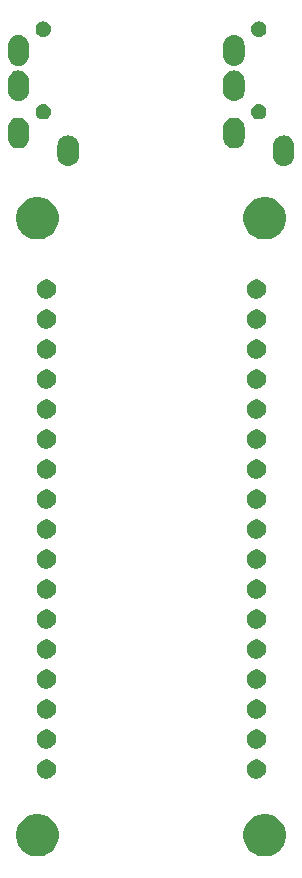
<source format=gts>
G04 #@! TF.GenerationSoftware,KiCad,Pcbnew,(5.1.0-0)*
G04 #@! TF.CreationDate,2019-06-09T21:10:29+02:00*
G04 #@! TF.ProjectId,blackpill-pendant,626c6163-6b70-4696-9c6c-2d70656e6461,rev?*
G04 #@! TF.SameCoordinates,Original*
G04 #@! TF.FileFunction,Soldermask,Top*
G04 #@! TF.FilePolarity,Negative*
%FSLAX46Y46*%
G04 Gerber Fmt 4.6, Leading zero omitted, Abs format (unit mm)*
G04 Created by KiCad (PCBNEW (5.1.0-0)) date 2019-06-09 21:10:29*
%MOMM*%
%LPD*%
G04 APERTURE LIST*
%ADD10C,0.100000*%
G04 APERTURE END LIST*
D10*
G36*
X99775331Y-119518211D02*
G01*
X100103092Y-119653974D01*
X100398070Y-119851072D01*
X100648928Y-120101930D01*
X100846026Y-120396908D01*
X100981789Y-120724669D01*
X101051000Y-121072616D01*
X101051000Y-121427384D01*
X100981789Y-121775331D01*
X100846026Y-122103092D01*
X100648928Y-122398070D01*
X100398070Y-122648928D01*
X100103092Y-122846026D01*
X99775331Y-122981789D01*
X99427384Y-123051000D01*
X99072616Y-123051000D01*
X98724669Y-122981789D01*
X98396908Y-122846026D01*
X98101930Y-122648928D01*
X97851072Y-122398070D01*
X97653974Y-122103092D01*
X97518211Y-121775331D01*
X97449000Y-121427384D01*
X97449000Y-121072616D01*
X97518211Y-120724669D01*
X97653974Y-120396908D01*
X97851072Y-120101930D01*
X98101930Y-119851072D01*
X98396908Y-119653974D01*
X98724669Y-119518211D01*
X99072616Y-119449000D01*
X99427384Y-119449000D01*
X99775331Y-119518211D01*
X99775331Y-119518211D01*
G37*
G36*
X80525331Y-119518211D02*
G01*
X80853092Y-119653974D01*
X81148070Y-119851072D01*
X81398928Y-120101930D01*
X81596026Y-120396908D01*
X81731789Y-120724669D01*
X81801000Y-121072616D01*
X81801000Y-121427384D01*
X81731789Y-121775331D01*
X81596026Y-122103092D01*
X81398928Y-122398070D01*
X81148070Y-122648928D01*
X80853092Y-122846026D01*
X80525331Y-122981789D01*
X80177384Y-123051000D01*
X79822616Y-123051000D01*
X79474669Y-122981789D01*
X79146908Y-122846026D01*
X78851930Y-122648928D01*
X78601072Y-122398070D01*
X78403974Y-122103092D01*
X78268211Y-121775331D01*
X78199000Y-121427384D01*
X78199000Y-121072616D01*
X78268211Y-120724669D01*
X78403974Y-120396908D01*
X78601072Y-120101930D01*
X78851930Y-119851072D01*
X79146908Y-119653974D01*
X79474669Y-119518211D01*
X79822616Y-119449000D01*
X80177384Y-119449000D01*
X80525331Y-119518211D01*
X80525331Y-119518211D01*
G37*
G36*
X98777142Y-114863243D02*
G01*
X98925101Y-114924530D01*
X99058255Y-115013500D01*
X99171501Y-115126746D01*
X99260471Y-115259900D01*
X99321758Y-115407859D01*
X99353000Y-115564926D01*
X99353000Y-115725076D01*
X99321758Y-115882143D01*
X99260471Y-116030102D01*
X99171501Y-116163256D01*
X99058255Y-116276502D01*
X98925101Y-116365472D01*
X98777142Y-116426759D01*
X98620075Y-116458001D01*
X98459925Y-116458001D01*
X98302858Y-116426759D01*
X98154899Y-116365472D01*
X98021745Y-116276502D01*
X97908499Y-116163256D01*
X97819529Y-116030102D01*
X97758242Y-115882143D01*
X97727000Y-115725076D01*
X97727000Y-115564926D01*
X97758242Y-115407859D01*
X97819529Y-115259900D01*
X97908499Y-115126746D01*
X98021745Y-115013500D01*
X98154899Y-114924530D01*
X98302858Y-114863243D01*
X98459925Y-114832001D01*
X98620075Y-114832001D01*
X98777142Y-114863243D01*
X98777142Y-114863243D01*
G37*
G36*
X80997142Y-114863243D02*
G01*
X81145101Y-114924530D01*
X81278255Y-115013500D01*
X81391501Y-115126746D01*
X81480471Y-115259900D01*
X81541758Y-115407859D01*
X81573000Y-115564926D01*
X81573000Y-115725076D01*
X81541758Y-115882143D01*
X81480471Y-116030102D01*
X81391501Y-116163256D01*
X81278255Y-116276502D01*
X81145101Y-116365472D01*
X80997142Y-116426759D01*
X80840075Y-116458001D01*
X80679925Y-116458001D01*
X80522858Y-116426759D01*
X80374899Y-116365472D01*
X80241745Y-116276502D01*
X80128499Y-116163256D01*
X80039529Y-116030102D01*
X79978242Y-115882143D01*
X79947000Y-115725076D01*
X79947000Y-115564926D01*
X79978242Y-115407859D01*
X80039529Y-115259900D01*
X80128499Y-115126746D01*
X80241745Y-115013500D01*
X80374899Y-114924530D01*
X80522858Y-114863243D01*
X80679925Y-114832001D01*
X80840075Y-114832001D01*
X80997142Y-114863243D01*
X80997142Y-114863243D01*
G37*
G36*
X98777142Y-112323243D02*
G01*
X98925101Y-112384530D01*
X99058255Y-112473500D01*
X99171501Y-112586746D01*
X99260471Y-112719900D01*
X99321758Y-112867859D01*
X99353000Y-113024926D01*
X99353000Y-113185076D01*
X99321758Y-113342143D01*
X99260471Y-113490102D01*
X99171501Y-113623256D01*
X99058255Y-113736502D01*
X98925101Y-113825472D01*
X98777142Y-113886759D01*
X98620075Y-113918001D01*
X98459925Y-113918001D01*
X98302858Y-113886759D01*
X98154899Y-113825472D01*
X98021745Y-113736502D01*
X97908499Y-113623256D01*
X97819529Y-113490102D01*
X97758242Y-113342143D01*
X97727000Y-113185076D01*
X97727000Y-113024926D01*
X97758242Y-112867859D01*
X97819529Y-112719900D01*
X97908499Y-112586746D01*
X98021745Y-112473500D01*
X98154899Y-112384530D01*
X98302858Y-112323243D01*
X98459925Y-112292001D01*
X98620075Y-112292001D01*
X98777142Y-112323243D01*
X98777142Y-112323243D01*
G37*
G36*
X80997142Y-112323243D02*
G01*
X81145101Y-112384530D01*
X81278255Y-112473500D01*
X81391501Y-112586746D01*
X81480471Y-112719900D01*
X81541758Y-112867859D01*
X81573000Y-113024926D01*
X81573000Y-113185076D01*
X81541758Y-113342143D01*
X81480471Y-113490102D01*
X81391501Y-113623256D01*
X81278255Y-113736502D01*
X81145101Y-113825472D01*
X80997142Y-113886759D01*
X80840075Y-113918001D01*
X80679925Y-113918001D01*
X80522858Y-113886759D01*
X80374899Y-113825472D01*
X80241745Y-113736502D01*
X80128499Y-113623256D01*
X80039529Y-113490102D01*
X79978242Y-113342143D01*
X79947000Y-113185076D01*
X79947000Y-113024926D01*
X79978242Y-112867859D01*
X80039529Y-112719900D01*
X80128499Y-112586746D01*
X80241745Y-112473500D01*
X80374899Y-112384530D01*
X80522858Y-112323243D01*
X80679925Y-112292001D01*
X80840075Y-112292001D01*
X80997142Y-112323243D01*
X80997142Y-112323243D01*
G37*
G36*
X98777142Y-109783243D02*
G01*
X98925101Y-109844530D01*
X99058255Y-109933500D01*
X99171501Y-110046746D01*
X99260471Y-110179900D01*
X99321758Y-110327859D01*
X99353000Y-110484926D01*
X99353000Y-110645076D01*
X99321758Y-110802143D01*
X99260471Y-110950102D01*
X99171501Y-111083256D01*
X99058255Y-111196502D01*
X98925101Y-111285472D01*
X98777142Y-111346759D01*
X98620075Y-111378001D01*
X98459925Y-111378001D01*
X98302858Y-111346759D01*
X98154899Y-111285472D01*
X98021745Y-111196502D01*
X97908499Y-111083256D01*
X97819529Y-110950102D01*
X97758242Y-110802143D01*
X97727000Y-110645076D01*
X97727000Y-110484926D01*
X97758242Y-110327859D01*
X97819529Y-110179900D01*
X97908499Y-110046746D01*
X98021745Y-109933500D01*
X98154899Y-109844530D01*
X98302858Y-109783243D01*
X98459925Y-109752001D01*
X98620075Y-109752001D01*
X98777142Y-109783243D01*
X98777142Y-109783243D01*
G37*
G36*
X80997142Y-109783243D02*
G01*
X81145101Y-109844530D01*
X81278255Y-109933500D01*
X81391501Y-110046746D01*
X81480471Y-110179900D01*
X81541758Y-110327859D01*
X81573000Y-110484926D01*
X81573000Y-110645076D01*
X81541758Y-110802143D01*
X81480471Y-110950102D01*
X81391501Y-111083256D01*
X81278255Y-111196502D01*
X81145101Y-111285472D01*
X80997142Y-111346759D01*
X80840075Y-111378001D01*
X80679925Y-111378001D01*
X80522858Y-111346759D01*
X80374899Y-111285472D01*
X80241745Y-111196502D01*
X80128499Y-111083256D01*
X80039529Y-110950102D01*
X79978242Y-110802143D01*
X79947000Y-110645076D01*
X79947000Y-110484926D01*
X79978242Y-110327859D01*
X80039529Y-110179900D01*
X80128499Y-110046746D01*
X80241745Y-109933500D01*
X80374899Y-109844530D01*
X80522858Y-109783243D01*
X80679925Y-109752001D01*
X80840075Y-109752001D01*
X80997142Y-109783243D01*
X80997142Y-109783243D01*
G37*
G36*
X80997142Y-107243243D02*
G01*
X81145101Y-107304530D01*
X81278255Y-107393500D01*
X81391501Y-107506746D01*
X81480471Y-107639900D01*
X81541758Y-107787859D01*
X81573000Y-107944926D01*
X81573000Y-108105076D01*
X81541758Y-108262143D01*
X81480471Y-108410102D01*
X81391501Y-108543256D01*
X81278255Y-108656502D01*
X81145101Y-108745472D01*
X80997142Y-108806759D01*
X80840075Y-108838001D01*
X80679925Y-108838001D01*
X80522858Y-108806759D01*
X80374899Y-108745472D01*
X80241745Y-108656502D01*
X80128499Y-108543256D01*
X80039529Y-108410102D01*
X79978242Y-108262143D01*
X79947000Y-108105076D01*
X79947000Y-107944926D01*
X79978242Y-107787859D01*
X80039529Y-107639900D01*
X80128499Y-107506746D01*
X80241745Y-107393500D01*
X80374899Y-107304530D01*
X80522858Y-107243243D01*
X80679925Y-107212001D01*
X80840075Y-107212001D01*
X80997142Y-107243243D01*
X80997142Y-107243243D01*
G37*
G36*
X98777142Y-107243243D02*
G01*
X98925101Y-107304530D01*
X99058255Y-107393500D01*
X99171501Y-107506746D01*
X99260471Y-107639900D01*
X99321758Y-107787859D01*
X99353000Y-107944926D01*
X99353000Y-108105076D01*
X99321758Y-108262143D01*
X99260471Y-108410102D01*
X99171501Y-108543256D01*
X99058255Y-108656502D01*
X98925101Y-108745472D01*
X98777142Y-108806759D01*
X98620075Y-108838001D01*
X98459925Y-108838001D01*
X98302858Y-108806759D01*
X98154899Y-108745472D01*
X98021745Y-108656502D01*
X97908499Y-108543256D01*
X97819529Y-108410102D01*
X97758242Y-108262143D01*
X97727000Y-108105076D01*
X97727000Y-107944926D01*
X97758242Y-107787859D01*
X97819529Y-107639900D01*
X97908499Y-107506746D01*
X98021745Y-107393500D01*
X98154899Y-107304530D01*
X98302858Y-107243243D01*
X98459925Y-107212001D01*
X98620075Y-107212001D01*
X98777142Y-107243243D01*
X98777142Y-107243243D01*
G37*
G36*
X98777142Y-104703243D02*
G01*
X98925101Y-104764530D01*
X99058255Y-104853500D01*
X99171501Y-104966746D01*
X99260471Y-105099900D01*
X99321758Y-105247859D01*
X99353000Y-105404926D01*
X99353000Y-105565076D01*
X99321758Y-105722143D01*
X99260471Y-105870102D01*
X99171501Y-106003256D01*
X99058255Y-106116502D01*
X98925101Y-106205472D01*
X98777142Y-106266759D01*
X98620075Y-106298001D01*
X98459925Y-106298001D01*
X98302858Y-106266759D01*
X98154899Y-106205472D01*
X98021745Y-106116502D01*
X97908499Y-106003256D01*
X97819529Y-105870102D01*
X97758242Y-105722143D01*
X97727000Y-105565076D01*
X97727000Y-105404926D01*
X97758242Y-105247859D01*
X97819529Y-105099900D01*
X97908499Y-104966746D01*
X98021745Y-104853500D01*
X98154899Y-104764530D01*
X98302858Y-104703243D01*
X98459925Y-104672001D01*
X98620075Y-104672001D01*
X98777142Y-104703243D01*
X98777142Y-104703243D01*
G37*
G36*
X80997142Y-104703243D02*
G01*
X81145101Y-104764530D01*
X81278255Y-104853500D01*
X81391501Y-104966746D01*
X81480471Y-105099900D01*
X81541758Y-105247859D01*
X81573000Y-105404926D01*
X81573000Y-105565076D01*
X81541758Y-105722143D01*
X81480471Y-105870102D01*
X81391501Y-106003256D01*
X81278255Y-106116502D01*
X81145101Y-106205472D01*
X80997142Y-106266759D01*
X80840075Y-106298001D01*
X80679925Y-106298001D01*
X80522858Y-106266759D01*
X80374899Y-106205472D01*
X80241745Y-106116502D01*
X80128499Y-106003256D01*
X80039529Y-105870102D01*
X79978242Y-105722143D01*
X79947000Y-105565076D01*
X79947000Y-105404926D01*
X79978242Y-105247859D01*
X80039529Y-105099900D01*
X80128499Y-104966746D01*
X80241745Y-104853500D01*
X80374899Y-104764530D01*
X80522858Y-104703243D01*
X80679925Y-104672001D01*
X80840075Y-104672001D01*
X80997142Y-104703243D01*
X80997142Y-104703243D01*
G37*
G36*
X98777142Y-102163243D02*
G01*
X98925101Y-102224530D01*
X99058255Y-102313500D01*
X99171501Y-102426746D01*
X99260471Y-102559900D01*
X99321758Y-102707859D01*
X99353000Y-102864926D01*
X99353000Y-103025076D01*
X99321758Y-103182143D01*
X99260471Y-103330102D01*
X99171501Y-103463256D01*
X99058255Y-103576502D01*
X98925101Y-103665472D01*
X98777142Y-103726759D01*
X98620075Y-103758001D01*
X98459925Y-103758001D01*
X98302858Y-103726759D01*
X98154899Y-103665472D01*
X98021745Y-103576502D01*
X97908499Y-103463256D01*
X97819529Y-103330102D01*
X97758242Y-103182143D01*
X97727000Y-103025076D01*
X97727000Y-102864926D01*
X97758242Y-102707859D01*
X97819529Y-102559900D01*
X97908499Y-102426746D01*
X98021745Y-102313500D01*
X98154899Y-102224530D01*
X98302858Y-102163243D01*
X98459925Y-102132001D01*
X98620075Y-102132001D01*
X98777142Y-102163243D01*
X98777142Y-102163243D01*
G37*
G36*
X80997142Y-102163243D02*
G01*
X81145101Y-102224530D01*
X81278255Y-102313500D01*
X81391501Y-102426746D01*
X81480471Y-102559900D01*
X81541758Y-102707859D01*
X81573000Y-102864926D01*
X81573000Y-103025076D01*
X81541758Y-103182143D01*
X81480471Y-103330102D01*
X81391501Y-103463256D01*
X81278255Y-103576502D01*
X81145101Y-103665472D01*
X80997142Y-103726759D01*
X80840075Y-103758001D01*
X80679925Y-103758001D01*
X80522858Y-103726759D01*
X80374899Y-103665472D01*
X80241745Y-103576502D01*
X80128499Y-103463256D01*
X80039529Y-103330102D01*
X79978242Y-103182143D01*
X79947000Y-103025076D01*
X79947000Y-102864926D01*
X79978242Y-102707859D01*
X80039529Y-102559900D01*
X80128499Y-102426746D01*
X80241745Y-102313500D01*
X80374899Y-102224530D01*
X80522858Y-102163243D01*
X80679925Y-102132001D01*
X80840075Y-102132001D01*
X80997142Y-102163243D01*
X80997142Y-102163243D01*
G37*
G36*
X80997142Y-99623243D02*
G01*
X81145101Y-99684530D01*
X81278255Y-99773500D01*
X81391501Y-99886746D01*
X81480471Y-100019900D01*
X81541758Y-100167859D01*
X81573000Y-100324926D01*
X81573000Y-100485076D01*
X81541758Y-100642143D01*
X81480471Y-100790102D01*
X81391501Y-100923256D01*
X81278255Y-101036502D01*
X81145101Y-101125472D01*
X80997142Y-101186759D01*
X80840075Y-101218001D01*
X80679925Y-101218001D01*
X80522858Y-101186759D01*
X80374899Y-101125472D01*
X80241745Y-101036502D01*
X80128499Y-100923256D01*
X80039529Y-100790102D01*
X79978242Y-100642143D01*
X79947000Y-100485076D01*
X79947000Y-100324926D01*
X79978242Y-100167859D01*
X80039529Y-100019900D01*
X80128499Y-99886746D01*
X80241745Y-99773500D01*
X80374899Y-99684530D01*
X80522858Y-99623243D01*
X80679925Y-99592001D01*
X80840075Y-99592001D01*
X80997142Y-99623243D01*
X80997142Y-99623243D01*
G37*
G36*
X98777142Y-99623243D02*
G01*
X98925101Y-99684530D01*
X99058255Y-99773500D01*
X99171501Y-99886746D01*
X99260471Y-100019900D01*
X99321758Y-100167859D01*
X99353000Y-100324926D01*
X99353000Y-100485076D01*
X99321758Y-100642143D01*
X99260471Y-100790102D01*
X99171501Y-100923256D01*
X99058255Y-101036502D01*
X98925101Y-101125472D01*
X98777142Y-101186759D01*
X98620075Y-101218001D01*
X98459925Y-101218001D01*
X98302858Y-101186759D01*
X98154899Y-101125472D01*
X98021745Y-101036502D01*
X97908499Y-100923256D01*
X97819529Y-100790102D01*
X97758242Y-100642143D01*
X97727000Y-100485076D01*
X97727000Y-100324926D01*
X97758242Y-100167859D01*
X97819529Y-100019900D01*
X97908499Y-99886746D01*
X98021745Y-99773500D01*
X98154899Y-99684530D01*
X98302858Y-99623243D01*
X98459925Y-99592001D01*
X98620075Y-99592001D01*
X98777142Y-99623243D01*
X98777142Y-99623243D01*
G37*
G36*
X80997142Y-97083243D02*
G01*
X81145101Y-97144530D01*
X81278255Y-97233500D01*
X81391501Y-97346746D01*
X81480471Y-97479900D01*
X81541758Y-97627859D01*
X81573000Y-97784926D01*
X81573000Y-97945076D01*
X81541758Y-98102143D01*
X81480471Y-98250102D01*
X81391501Y-98383256D01*
X81278255Y-98496502D01*
X81145101Y-98585472D01*
X80997142Y-98646759D01*
X80840075Y-98678001D01*
X80679925Y-98678001D01*
X80522858Y-98646759D01*
X80374899Y-98585472D01*
X80241745Y-98496502D01*
X80128499Y-98383256D01*
X80039529Y-98250102D01*
X79978242Y-98102143D01*
X79947000Y-97945076D01*
X79947000Y-97784926D01*
X79978242Y-97627859D01*
X80039529Y-97479900D01*
X80128499Y-97346746D01*
X80241745Y-97233500D01*
X80374899Y-97144530D01*
X80522858Y-97083243D01*
X80679925Y-97052001D01*
X80840075Y-97052001D01*
X80997142Y-97083243D01*
X80997142Y-97083243D01*
G37*
G36*
X98777142Y-97083243D02*
G01*
X98925101Y-97144530D01*
X99058255Y-97233500D01*
X99171501Y-97346746D01*
X99260471Y-97479900D01*
X99321758Y-97627859D01*
X99353000Y-97784926D01*
X99353000Y-97945076D01*
X99321758Y-98102143D01*
X99260471Y-98250102D01*
X99171501Y-98383256D01*
X99058255Y-98496502D01*
X98925101Y-98585472D01*
X98777142Y-98646759D01*
X98620075Y-98678001D01*
X98459925Y-98678001D01*
X98302858Y-98646759D01*
X98154899Y-98585472D01*
X98021745Y-98496502D01*
X97908499Y-98383256D01*
X97819529Y-98250102D01*
X97758242Y-98102143D01*
X97727000Y-97945076D01*
X97727000Y-97784926D01*
X97758242Y-97627859D01*
X97819529Y-97479900D01*
X97908499Y-97346746D01*
X98021745Y-97233500D01*
X98154899Y-97144530D01*
X98302858Y-97083243D01*
X98459925Y-97052001D01*
X98620075Y-97052001D01*
X98777142Y-97083243D01*
X98777142Y-97083243D01*
G37*
G36*
X80997142Y-94543243D02*
G01*
X81145101Y-94604530D01*
X81278255Y-94693500D01*
X81391501Y-94806746D01*
X81480471Y-94939900D01*
X81541758Y-95087859D01*
X81573000Y-95244926D01*
X81573000Y-95405076D01*
X81541758Y-95562143D01*
X81480471Y-95710102D01*
X81391501Y-95843256D01*
X81278255Y-95956502D01*
X81145101Y-96045472D01*
X80997142Y-96106759D01*
X80840075Y-96138001D01*
X80679925Y-96138001D01*
X80522858Y-96106759D01*
X80374899Y-96045472D01*
X80241745Y-95956502D01*
X80128499Y-95843256D01*
X80039529Y-95710102D01*
X79978242Y-95562143D01*
X79947000Y-95405076D01*
X79947000Y-95244926D01*
X79978242Y-95087859D01*
X80039529Y-94939900D01*
X80128499Y-94806746D01*
X80241745Y-94693500D01*
X80374899Y-94604530D01*
X80522858Y-94543243D01*
X80679925Y-94512001D01*
X80840075Y-94512001D01*
X80997142Y-94543243D01*
X80997142Y-94543243D01*
G37*
G36*
X98777142Y-94543243D02*
G01*
X98925101Y-94604530D01*
X99058255Y-94693500D01*
X99171501Y-94806746D01*
X99260471Y-94939900D01*
X99321758Y-95087859D01*
X99353000Y-95244926D01*
X99353000Y-95405076D01*
X99321758Y-95562143D01*
X99260471Y-95710102D01*
X99171501Y-95843256D01*
X99058255Y-95956502D01*
X98925101Y-96045472D01*
X98777142Y-96106759D01*
X98620075Y-96138001D01*
X98459925Y-96138001D01*
X98302858Y-96106759D01*
X98154899Y-96045472D01*
X98021745Y-95956502D01*
X97908499Y-95843256D01*
X97819529Y-95710102D01*
X97758242Y-95562143D01*
X97727000Y-95405076D01*
X97727000Y-95244926D01*
X97758242Y-95087859D01*
X97819529Y-94939900D01*
X97908499Y-94806746D01*
X98021745Y-94693500D01*
X98154899Y-94604530D01*
X98302858Y-94543243D01*
X98459925Y-94512001D01*
X98620075Y-94512001D01*
X98777142Y-94543243D01*
X98777142Y-94543243D01*
G37*
G36*
X80997142Y-92003243D02*
G01*
X81145101Y-92064530D01*
X81278255Y-92153500D01*
X81391501Y-92266746D01*
X81480471Y-92399900D01*
X81541758Y-92547859D01*
X81573000Y-92704926D01*
X81573000Y-92865076D01*
X81541758Y-93022143D01*
X81480471Y-93170102D01*
X81391501Y-93303256D01*
X81278255Y-93416502D01*
X81145101Y-93505472D01*
X80997142Y-93566759D01*
X80840075Y-93598001D01*
X80679925Y-93598001D01*
X80522858Y-93566759D01*
X80374899Y-93505472D01*
X80241745Y-93416502D01*
X80128499Y-93303256D01*
X80039529Y-93170102D01*
X79978242Y-93022143D01*
X79947000Y-92865076D01*
X79947000Y-92704926D01*
X79978242Y-92547859D01*
X80039529Y-92399900D01*
X80128499Y-92266746D01*
X80241745Y-92153500D01*
X80374899Y-92064530D01*
X80522858Y-92003243D01*
X80679925Y-91972001D01*
X80840075Y-91972001D01*
X80997142Y-92003243D01*
X80997142Y-92003243D01*
G37*
G36*
X98777142Y-92003243D02*
G01*
X98925101Y-92064530D01*
X99058255Y-92153500D01*
X99171501Y-92266746D01*
X99260471Y-92399900D01*
X99321758Y-92547859D01*
X99353000Y-92704926D01*
X99353000Y-92865076D01*
X99321758Y-93022143D01*
X99260471Y-93170102D01*
X99171501Y-93303256D01*
X99058255Y-93416502D01*
X98925101Y-93505472D01*
X98777142Y-93566759D01*
X98620075Y-93598001D01*
X98459925Y-93598001D01*
X98302858Y-93566759D01*
X98154899Y-93505472D01*
X98021745Y-93416502D01*
X97908499Y-93303256D01*
X97819529Y-93170102D01*
X97758242Y-93022143D01*
X97727000Y-92865076D01*
X97727000Y-92704926D01*
X97758242Y-92547859D01*
X97819529Y-92399900D01*
X97908499Y-92266746D01*
X98021745Y-92153500D01*
X98154899Y-92064530D01*
X98302858Y-92003243D01*
X98459925Y-91972001D01*
X98620075Y-91972001D01*
X98777142Y-92003243D01*
X98777142Y-92003243D01*
G37*
G36*
X80997142Y-89463243D02*
G01*
X81145101Y-89524530D01*
X81278255Y-89613500D01*
X81391501Y-89726746D01*
X81480471Y-89859900D01*
X81541758Y-90007859D01*
X81573000Y-90164926D01*
X81573000Y-90325076D01*
X81541758Y-90482143D01*
X81480471Y-90630102D01*
X81391501Y-90763256D01*
X81278255Y-90876502D01*
X81145101Y-90965472D01*
X80997142Y-91026759D01*
X80840075Y-91058001D01*
X80679925Y-91058001D01*
X80522858Y-91026759D01*
X80374899Y-90965472D01*
X80241745Y-90876502D01*
X80128499Y-90763256D01*
X80039529Y-90630102D01*
X79978242Y-90482143D01*
X79947000Y-90325076D01*
X79947000Y-90164926D01*
X79978242Y-90007859D01*
X80039529Y-89859900D01*
X80128499Y-89726746D01*
X80241745Y-89613500D01*
X80374899Y-89524530D01*
X80522858Y-89463243D01*
X80679925Y-89432001D01*
X80840075Y-89432001D01*
X80997142Y-89463243D01*
X80997142Y-89463243D01*
G37*
G36*
X98777142Y-89463243D02*
G01*
X98925101Y-89524530D01*
X99058255Y-89613500D01*
X99171501Y-89726746D01*
X99260471Y-89859900D01*
X99321758Y-90007859D01*
X99353000Y-90164926D01*
X99353000Y-90325076D01*
X99321758Y-90482143D01*
X99260471Y-90630102D01*
X99171501Y-90763256D01*
X99058255Y-90876502D01*
X98925101Y-90965472D01*
X98777142Y-91026759D01*
X98620075Y-91058001D01*
X98459925Y-91058001D01*
X98302858Y-91026759D01*
X98154899Y-90965472D01*
X98021745Y-90876502D01*
X97908499Y-90763256D01*
X97819529Y-90630102D01*
X97758242Y-90482143D01*
X97727000Y-90325076D01*
X97727000Y-90164926D01*
X97758242Y-90007859D01*
X97819529Y-89859900D01*
X97908499Y-89726746D01*
X98021745Y-89613500D01*
X98154899Y-89524530D01*
X98302858Y-89463243D01*
X98459925Y-89432001D01*
X98620075Y-89432001D01*
X98777142Y-89463243D01*
X98777142Y-89463243D01*
G37*
G36*
X98777142Y-86923243D02*
G01*
X98925101Y-86984530D01*
X99058255Y-87073500D01*
X99171501Y-87186746D01*
X99260471Y-87319900D01*
X99321758Y-87467859D01*
X99353000Y-87624926D01*
X99353000Y-87785076D01*
X99321758Y-87942143D01*
X99260471Y-88090102D01*
X99171501Y-88223256D01*
X99058255Y-88336502D01*
X98925101Y-88425472D01*
X98777142Y-88486759D01*
X98620075Y-88518001D01*
X98459925Y-88518001D01*
X98302858Y-88486759D01*
X98154899Y-88425472D01*
X98021745Y-88336502D01*
X97908499Y-88223256D01*
X97819529Y-88090102D01*
X97758242Y-87942143D01*
X97727000Y-87785076D01*
X97727000Y-87624926D01*
X97758242Y-87467859D01*
X97819529Y-87319900D01*
X97908499Y-87186746D01*
X98021745Y-87073500D01*
X98154899Y-86984530D01*
X98302858Y-86923243D01*
X98459925Y-86892001D01*
X98620075Y-86892001D01*
X98777142Y-86923243D01*
X98777142Y-86923243D01*
G37*
G36*
X80997142Y-86923243D02*
G01*
X81145101Y-86984530D01*
X81278255Y-87073500D01*
X81391501Y-87186746D01*
X81480471Y-87319900D01*
X81541758Y-87467859D01*
X81573000Y-87624926D01*
X81573000Y-87785076D01*
X81541758Y-87942143D01*
X81480471Y-88090102D01*
X81391501Y-88223256D01*
X81278255Y-88336502D01*
X81145101Y-88425472D01*
X80997142Y-88486759D01*
X80840075Y-88518001D01*
X80679925Y-88518001D01*
X80522858Y-88486759D01*
X80374899Y-88425472D01*
X80241745Y-88336502D01*
X80128499Y-88223256D01*
X80039529Y-88090102D01*
X79978242Y-87942143D01*
X79947000Y-87785076D01*
X79947000Y-87624926D01*
X79978242Y-87467859D01*
X80039529Y-87319900D01*
X80128499Y-87186746D01*
X80241745Y-87073500D01*
X80374899Y-86984530D01*
X80522858Y-86923243D01*
X80679925Y-86892001D01*
X80840075Y-86892001D01*
X80997142Y-86923243D01*
X80997142Y-86923243D01*
G37*
G36*
X98777142Y-84383243D02*
G01*
X98925101Y-84444530D01*
X99058255Y-84533500D01*
X99171501Y-84646746D01*
X99260471Y-84779900D01*
X99321758Y-84927859D01*
X99353000Y-85084926D01*
X99353000Y-85245076D01*
X99321758Y-85402143D01*
X99260471Y-85550102D01*
X99171501Y-85683256D01*
X99058255Y-85796502D01*
X98925101Y-85885472D01*
X98777142Y-85946759D01*
X98620075Y-85978001D01*
X98459925Y-85978001D01*
X98302858Y-85946759D01*
X98154899Y-85885472D01*
X98021745Y-85796502D01*
X97908499Y-85683256D01*
X97819529Y-85550102D01*
X97758242Y-85402143D01*
X97727000Y-85245076D01*
X97727000Y-85084926D01*
X97758242Y-84927859D01*
X97819529Y-84779900D01*
X97908499Y-84646746D01*
X98021745Y-84533500D01*
X98154899Y-84444530D01*
X98302858Y-84383243D01*
X98459925Y-84352001D01*
X98620075Y-84352001D01*
X98777142Y-84383243D01*
X98777142Y-84383243D01*
G37*
G36*
X80997142Y-84383243D02*
G01*
X81145101Y-84444530D01*
X81278255Y-84533500D01*
X81391501Y-84646746D01*
X81480471Y-84779900D01*
X81541758Y-84927859D01*
X81573000Y-85084926D01*
X81573000Y-85245076D01*
X81541758Y-85402143D01*
X81480471Y-85550102D01*
X81391501Y-85683256D01*
X81278255Y-85796502D01*
X81145101Y-85885472D01*
X80997142Y-85946759D01*
X80840075Y-85978001D01*
X80679925Y-85978001D01*
X80522858Y-85946759D01*
X80374899Y-85885472D01*
X80241745Y-85796502D01*
X80128499Y-85683256D01*
X80039529Y-85550102D01*
X79978242Y-85402143D01*
X79947000Y-85245076D01*
X79947000Y-85084926D01*
X79978242Y-84927859D01*
X80039529Y-84779900D01*
X80128499Y-84646746D01*
X80241745Y-84533500D01*
X80374899Y-84444530D01*
X80522858Y-84383243D01*
X80679925Y-84352001D01*
X80840075Y-84352001D01*
X80997142Y-84383243D01*
X80997142Y-84383243D01*
G37*
G36*
X98777142Y-81843243D02*
G01*
X98925101Y-81904530D01*
X99058255Y-81993500D01*
X99171501Y-82106746D01*
X99260471Y-82239900D01*
X99321758Y-82387859D01*
X99353000Y-82544926D01*
X99353000Y-82705076D01*
X99321758Y-82862143D01*
X99260471Y-83010102D01*
X99171501Y-83143256D01*
X99058255Y-83256502D01*
X98925101Y-83345472D01*
X98777142Y-83406759D01*
X98620075Y-83438001D01*
X98459925Y-83438001D01*
X98302858Y-83406759D01*
X98154899Y-83345472D01*
X98021745Y-83256502D01*
X97908499Y-83143256D01*
X97819529Y-83010102D01*
X97758242Y-82862143D01*
X97727000Y-82705076D01*
X97727000Y-82544926D01*
X97758242Y-82387859D01*
X97819529Y-82239900D01*
X97908499Y-82106746D01*
X98021745Y-81993500D01*
X98154899Y-81904530D01*
X98302858Y-81843243D01*
X98459925Y-81812001D01*
X98620075Y-81812001D01*
X98777142Y-81843243D01*
X98777142Y-81843243D01*
G37*
G36*
X80997142Y-81843243D02*
G01*
X81145101Y-81904530D01*
X81278255Y-81993500D01*
X81391501Y-82106746D01*
X81480471Y-82239900D01*
X81541758Y-82387859D01*
X81573000Y-82544926D01*
X81573000Y-82705076D01*
X81541758Y-82862143D01*
X81480471Y-83010102D01*
X81391501Y-83143256D01*
X81278255Y-83256502D01*
X81145101Y-83345472D01*
X80997142Y-83406759D01*
X80840075Y-83438001D01*
X80679925Y-83438001D01*
X80522858Y-83406759D01*
X80374899Y-83345472D01*
X80241745Y-83256502D01*
X80128499Y-83143256D01*
X80039529Y-83010102D01*
X79978242Y-82862143D01*
X79947000Y-82705076D01*
X79947000Y-82544926D01*
X79978242Y-82387859D01*
X80039529Y-82239900D01*
X80128499Y-82106746D01*
X80241745Y-81993500D01*
X80374899Y-81904530D01*
X80522858Y-81843243D01*
X80679925Y-81812001D01*
X80840075Y-81812001D01*
X80997142Y-81843243D01*
X80997142Y-81843243D01*
G37*
G36*
X98777142Y-79303243D02*
G01*
X98925101Y-79364530D01*
X99058255Y-79453500D01*
X99171501Y-79566746D01*
X99260471Y-79699900D01*
X99321758Y-79847859D01*
X99353000Y-80004926D01*
X99353000Y-80165076D01*
X99321758Y-80322143D01*
X99260471Y-80470102D01*
X99171501Y-80603256D01*
X99058255Y-80716502D01*
X98925101Y-80805472D01*
X98777142Y-80866759D01*
X98620075Y-80898001D01*
X98459925Y-80898001D01*
X98302858Y-80866759D01*
X98154899Y-80805472D01*
X98021745Y-80716502D01*
X97908499Y-80603256D01*
X97819529Y-80470102D01*
X97758242Y-80322143D01*
X97727000Y-80165076D01*
X97727000Y-80004926D01*
X97758242Y-79847859D01*
X97819529Y-79699900D01*
X97908499Y-79566746D01*
X98021745Y-79453500D01*
X98154899Y-79364530D01*
X98302858Y-79303243D01*
X98459925Y-79272001D01*
X98620075Y-79272001D01*
X98777142Y-79303243D01*
X98777142Y-79303243D01*
G37*
G36*
X80997142Y-79303243D02*
G01*
X81145101Y-79364530D01*
X81278255Y-79453500D01*
X81391501Y-79566746D01*
X81480471Y-79699900D01*
X81541758Y-79847859D01*
X81573000Y-80004926D01*
X81573000Y-80165076D01*
X81541758Y-80322143D01*
X81480471Y-80470102D01*
X81391501Y-80603256D01*
X81278255Y-80716502D01*
X81145101Y-80805472D01*
X80997142Y-80866759D01*
X80840075Y-80898001D01*
X80679925Y-80898001D01*
X80522858Y-80866759D01*
X80374899Y-80805472D01*
X80241745Y-80716502D01*
X80128499Y-80603256D01*
X80039529Y-80470102D01*
X79978242Y-80322143D01*
X79947000Y-80165076D01*
X79947000Y-80004926D01*
X79978242Y-79847859D01*
X80039529Y-79699900D01*
X80128499Y-79566746D01*
X80241745Y-79453500D01*
X80374899Y-79364530D01*
X80522858Y-79303243D01*
X80679925Y-79272001D01*
X80840075Y-79272001D01*
X80997142Y-79303243D01*
X80997142Y-79303243D01*
G37*
G36*
X98777142Y-76763243D02*
G01*
X98925101Y-76824530D01*
X99058255Y-76913500D01*
X99171501Y-77026746D01*
X99260471Y-77159900D01*
X99321758Y-77307859D01*
X99353000Y-77464926D01*
X99353000Y-77625076D01*
X99321758Y-77782143D01*
X99260471Y-77930102D01*
X99171501Y-78063256D01*
X99058255Y-78176502D01*
X98925101Y-78265472D01*
X98777142Y-78326759D01*
X98620075Y-78358001D01*
X98459925Y-78358001D01*
X98302858Y-78326759D01*
X98154899Y-78265472D01*
X98021745Y-78176502D01*
X97908499Y-78063256D01*
X97819529Y-77930102D01*
X97758242Y-77782143D01*
X97727000Y-77625076D01*
X97727000Y-77464926D01*
X97758242Y-77307859D01*
X97819529Y-77159900D01*
X97908499Y-77026746D01*
X98021745Y-76913500D01*
X98154899Y-76824530D01*
X98302858Y-76763243D01*
X98459925Y-76732001D01*
X98620075Y-76732001D01*
X98777142Y-76763243D01*
X98777142Y-76763243D01*
G37*
G36*
X80997142Y-76763243D02*
G01*
X81145101Y-76824530D01*
X81278255Y-76913500D01*
X81391501Y-77026746D01*
X81480471Y-77159900D01*
X81541758Y-77307859D01*
X81573000Y-77464926D01*
X81573000Y-77625076D01*
X81541758Y-77782143D01*
X81480471Y-77930102D01*
X81391501Y-78063256D01*
X81278255Y-78176502D01*
X81145101Y-78265472D01*
X80997142Y-78326759D01*
X80840075Y-78358001D01*
X80679925Y-78358001D01*
X80522858Y-78326759D01*
X80374899Y-78265472D01*
X80241745Y-78176502D01*
X80128499Y-78063256D01*
X80039529Y-77930102D01*
X79978242Y-77782143D01*
X79947000Y-77625076D01*
X79947000Y-77464926D01*
X79978242Y-77307859D01*
X80039529Y-77159900D01*
X80128499Y-77026746D01*
X80241745Y-76913500D01*
X80374899Y-76824530D01*
X80522858Y-76763243D01*
X80679925Y-76732001D01*
X80840075Y-76732001D01*
X80997142Y-76763243D01*
X80997142Y-76763243D01*
G37*
G36*
X80997142Y-74223243D02*
G01*
X81145101Y-74284530D01*
X81278255Y-74373500D01*
X81391501Y-74486746D01*
X81480471Y-74619900D01*
X81541758Y-74767859D01*
X81573000Y-74924926D01*
X81573000Y-75085076D01*
X81541758Y-75242143D01*
X81480471Y-75390102D01*
X81391501Y-75523256D01*
X81278255Y-75636502D01*
X81145101Y-75725472D01*
X80997142Y-75786759D01*
X80840075Y-75818001D01*
X80679925Y-75818001D01*
X80522858Y-75786759D01*
X80374899Y-75725472D01*
X80241745Y-75636502D01*
X80128499Y-75523256D01*
X80039529Y-75390102D01*
X79978242Y-75242143D01*
X79947000Y-75085076D01*
X79947000Y-74924926D01*
X79978242Y-74767859D01*
X80039529Y-74619900D01*
X80128499Y-74486746D01*
X80241745Y-74373500D01*
X80374899Y-74284530D01*
X80522858Y-74223243D01*
X80679925Y-74192001D01*
X80840075Y-74192001D01*
X80997142Y-74223243D01*
X80997142Y-74223243D01*
G37*
G36*
X98777142Y-74223243D02*
G01*
X98925101Y-74284530D01*
X99058255Y-74373500D01*
X99171501Y-74486746D01*
X99260471Y-74619900D01*
X99321758Y-74767859D01*
X99353000Y-74924926D01*
X99353000Y-75085076D01*
X99321758Y-75242143D01*
X99260471Y-75390102D01*
X99171501Y-75523256D01*
X99058255Y-75636502D01*
X98925101Y-75725472D01*
X98777142Y-75786759D01*
X98620075Y-75818001D01*
X98459925Y-75818001D01*
X98302858Y-75786759D01*
X98154899Y-75725472D01*
X98021745Y-75636502D01*
X97908499Y-75523256D01*
X97819529Y-75390102D01*
X97758242Y-75242143D01*
X97727000Y-75085076D01*
X97727000Y-74924926D01*
X97758242Y-74767859D01*
X97819529Y-74619900D01*
X97908499Y-74486746D01*
X98021745Y-74373500D01*
X98154899Y-74284530D01*
X98302858Y-74223243D01*
X98459925Y-74192001D01*
X98620075Y-74192001D01*
X98777142Y-74223243D01*
X98777142Y-74223243D01*
G37*
G36*
X80525331Y-67268211D02*
G01*
X80853092Y-67403974D01*
X81148070Y-67601072D01*
X81398928Y-67851930D01*
X81596026Y-68146908D01*
X81731789Y-68474669D01*
X81801000Y-68822616D01*
X81801000Y-69177384D01*
X81731789Y-69525331D01*
X81596026Y-69853092D01*
X81398928Y-70148070D01*
X81148070Y-70398928D01*
X80853092Y-70596026D01*
X80525331Y-70731789D01*
X80177384Y-70801000D01*
X79822616Y-70801000D01*
X79474669Y-70731789D01*
X79146908Y-70596026D01*
X78851930Y-70398928D01*
X78601072Y-70148070D01*
X78403974Y-69853092D01*
X78268211Y-69525331D01*
X78199000Y-69177384D01*
X78199000Y-68822616D01*
X78268211Y-68474669D01*
X78403974Y-68146908D01*
X78601072Y-67851930D01*
X78851930Y-67601072D01*
X79146908Y-67403974D01*
X79474669Y-67268211D01*
X79822616Y-67199000D01*
X80177384Y-67199000D01*
X80525331Y-67268211D01*
X80525331Y-67268211D01*
G37*
G36*
X99775331Y-67268211D02*
G01*
X100103092Y-67403974D01*
X100398070Y-67601072D01*
X100648928Y-67851930D01*
X100846026Y-68146908D01*
X100981789Y-68474669D01*
X101051000Y-68822616D01*
X101051000Y-69177384D01*
X100981789Y-69525331D01*
X100846026Y-69853092D01*
X100648928Y-70148070D01*
X100398070Y-70398928D01*
X100103092Y-70596026D01*
X99775331Y-70731789D01*
X99427384Y-70801000D01*
X99072616Y-70801000D01*
X98724669Y-70731789D01*
X98396908Y-70596026D01*
X98101930Y-70398928D01*
X97851072Y-70148070D01*
X97653974Y-69853092D01*
X97518211Y-69525331D01*
X97449000Y-69177384D01*
X97449000Y-68822616D01*
X97518211Y-68474669D01*
X97653974Y-68146908D01*
X97851072Y-67851930D01*
X98101930Y-67601072D01*
X98396908Y-67403974D01*
X98724669Y-67268211D01*
X99072616Y-67199000D01*
X99427384Y-67199000D01*
X99775331Y-67268211D01*
X99775331Y-67268211D01*
G37*
G36*
X101026627Y-62012037D02*
G01*
X101196466Y-62063557D01*
X101352991Y-62147222D01*
X101388729Y-62176552D01*
X101490186Y-62259814D01*
X101573448Y-62361271D01*
X101602778Y-62397009D01*
X101686443Y-62553534D01*
X101737963Y-62723373D01*
X101751000Y-62855742D01*
X101751000Y-63744258D01*
X101737963Y-63876627D01*
X101686443Y-64046466D01*
X101602778Y-64202991D01*
X101573448Y-64238729D01*
X101490186Y-64340186D01*
X101352989Y-64452779D01*
X101196467Y-64536442D01*
X101196465Y-64536443D01*
X101026626Y-64587963D01*
X100850000Y-64605359D01*
X100673373Y-64587963D01*
X100503534Y-64536443D01*
X100347009Y-64452778D01*
X100311271Y-64423448D01*
X100209814Y-64340186D01*
X100097221Y-64202989D01*
X100013558Y-64046467D01*
X100013557Y-64046465D01*
X99962037Y-63876626D01*
X99949000Y-63744257D01*
X99949000Y-62855742D01*
X99962038Y-62723373D01*
X100013558Y-62553534D01*
X100097223Y-62397009D01*
X100126553Y-62361271D01*
X100209815Y-62259814D01*
X100311272Y-62176552D01*
X100347010Y-62147222D01*
X100503535Y-62063557D01*
X100673374Y-62012037D01*
X100850000Y-61994641D01*
X101026627Y-62012037D01*
X101026627Y-62012037D01*
G37*
G36*
X82776627Y-62012037D02*
G01*
X82946466Y-62063557D01*
X83102991Y-62147222D01*
X83138729Y-62176552D01*
X83240186Y-62259814D01*
X83323448Y-62361271D01*
X83352778Y-62397009D01*
X83436443Y-62553534D01*
X83487963Y-62723373D01*
X83501000Y-62855742D01*
X83501000Y-63744258D01*
X83487963Y-63876627D01*
X83436443Y-64046466D01*
X83352778Y-64202991D01*
X83323448Y-64238729D01*
X83240186Y-64340186D01*
X83102989Y-64452779D01*
X82946467Y-64536442D01*
X82946465Y-64536443D01*
X82776626Y-64587963D01*
X82600000Y-64605359D01*
X82423373Y-64587963D01*
X82253534Y-64536443D01*
X82097009Y-64452778D01*
X82061271Y-64423448D01*
X81959814Y-64340186D01*
X81847221Y-64202989D01*
X81763558Y-64046467D01*
X81763557Y-64046465D01*
X81712037Y-63876626D01*
X81699000Y-63744257D01*
X81699000Y-62855742D01*
X81712038Y-62723373D01*
X81763558Y-62553534D01*
X81847223Y-62397009D01*
X81876553Y-62361271D01*
X81959815Y-62259814D01*
X82061272Y-62176552D01*
X82097010Y-62147222D01*
X82253535Y-62063557D01*
X82423374Y-62012037D01*
X82600000Y-61994641D01*
X82776627Y-62012037D01*
X82776627Y-62012037D01*
G37*
G36*
X78576627Y-60512037D02*
G01*
X78746466Y-60563557D01*
X78902991Y-60647222D01*
X78907594Y-60651000D01*
X79040186Y-60759814D01*
X79123448Y-60861271D01*
X79152778Y-60897009D01*
X79236443Y-61053534D01*
X79287963Y-61223373D01*
X79301000Y-61355742D01*
X79301000Y-62244258D01*
X79287963Y-62376627D01*
X79236443Y-62546466D01*
X79152778Y-62702991D01*
X79136051Y-62723373D01*
X79040186Y-62840186D01*
X78902989Y-62952779D01*
X78746467Y-63036442D01*
X78746465Y-63036443D01*
X78576626Y-63087963D01*
X78400000Y-63105359D01*
X78223373Y-63087963D01*
X78053534Y-63036443D01*
X77897009Y-62952778D01*
X77861271Y-62923448D01*
X77759814Y-62840186D01*
X77647221Y-62702989D01*
X77563558Y-62546467D01*
X77518221Y-62397011D01*
X77512037Y-62376626D01*
X77499000Y-62244257D01*
X77499000Y-61355742D01*
X77512038Y-61223373D01*
X77563558Y-61053534D01*
X77647223Y-60897009D01*
X77676553Y-60861271D01*
X77759815Y-60759814D01*
X77892407Y-60651000D01*
X77897010Y-60647222D01*
X78053535Y-60563557D01*
X78223374Y-60512037D01*
X78400000Y-60494641D01*
X78576627Y-60512037D01*
X78576627Y-60512037D01*
G37*
G36*
X96826627Y-60512037D02*
G01*
X96996466Y-60563557D01*
X97152991Y-60647222D01*
X97157594Y-60651000D01*
X97290186Y-60759814D01*
X97373448Y-60861271D01*
X97402778Y-60897009D01*
X97486443Y-61053534D01*
X97537963Y-61223373D01*
X97551000Y-61355742D01*
X97551000Y-62244258D01*
X97537963Y-62376627D01*
X97486443Y-62546466D01*
X97402778Y-62702991D01*
X97386051Y-62723373D01*
X97290186Y-62840186D01*
X97152989Y-62952779D01*
X96996467Y-63036442D01*
X96996465Y-63036443D01*
X96826626Y-63087963D01*
X96650000Y-63105359D01*
X96473373Y-63087963D01*
X96303534Y-63036443D01*
X96147009Y-62952778D01*
X96111271Y-62923448D01*
X96009814Y-62840186D01*
X95897221Y-62702989D01*
X95813558Y-62546467D01*
X95768221Y-62397011D01*
X95762037Y-62376626D01*
X95749000Y-62244257D01*
X95749000Y-61355742D01*
X95762038Y-61223373D01*
X95813558Y-61053534D01*
X95897223Y-60897009D01*
X95926553Y-60861271D01*
X96009815Y-60759814D01*
X96142407Y-60651000D01*
X96147010Y-60647222D01*
X96303535Y-60563557D01*
X96473374Y-60512037D01*
X96650000Y-60494641D01*
X96826627Y-60512037D01*
X96826627Y-60512037D01*
G37*
G36*
X80689890Y-59374017D02*
G01*
X80808364Y-59423091D01*
X80914988Y-59494335D01*
X81005665Y-59585012D01*
X81076909Y-59691636D01*
X81125983Y-59810110D01*
X81151000Y-59935882D01*
X81151000Y-60064118D01*
X81125983Y-60189890D01*
X81076909Y-60308364D01*
X81005665Y-60414988D01*
X80914988Y-60505665D01*
X80808364Y-60576909D01*
X80808363Y-60576910D01*
X80808362Y-60576910D01*
X80689890Y-60625983D01*
X80564119Y-60651000D01*
X80435881Y-60651000D01*
X80310110Y-60625983D01*
X80191638Y-60576910D01*
X80191637Y-60576910D01*
X80191636Y-60576909D01*
X80085012Y-60505665D01*
X79994335Y-60414988D01*
X79923091Y-60308364D01*
X79874017Y-60189890D01*
X79849000Y-60064118D01*
X79849000Y-59935882D01*
X79874017Y-59810110D01*
X79923091Y-59691636D01*
X79994335Y-59585012D01*
X80085012Y-59494335D01*
X80191636Y-59423091D01*
X80310110Y-59374017D01*
X80435881Y-59349000D01*
X80564119Y-59349000D01*
X80689890Y-59374017D01*
X80689890Y-59374017D01*
G37*
G36*
X98939890Y-59374017D02*
G01*
X99058364Y-59423091D01*
X99164988Y-59494335D01*
X99255665Y-59585012D01*
X99326909Y-59691636D01*
X99375983Y-59810110D01*
X99401000Y-59935882D01*
X99401000Y-60064118D01*
X99375983Y-60189890D01*
X99326909Y-60308364D01*
X99255665Y-60414988D01*
X99164988Y-60505665D01*
X99058364Y-60576909D01*
X99058363Y-60576910D01*
X99058362Y-60576910D01*
X98939890Y-60625983D01*
X98814119Y-60651000D01*
X98685881Y-60651000D01*
X98560110Y-60625983D01*
X98441638Y-60576910D01*
X98441637Y-60576910D01*
X98441636Y-60576909D01*
X98335012Y-60505665D01*
X98244335Y-60414988D01*
X98173091Y-60308364D01*
X98124017Y-60189890D01*
X98099000Y-60064118D01*
X98099000Y-59935882D01*
X98124017Y-59810110D01*
X98173091Y-59691636D01*
X98244335Y-59585012D01*
X98335012Y-59494335D01*
X98441636Y-59423091D01*
X98560110Y-59374017D01*
X98685881Y-59349000D01*
X98814119Y-59349000D01*
X98939890Y-59374017D01*
X98939890Y-59374017D01*
G37*
G36*
X78576627Y-56512037D02*
G01*
X78746466Y-56563557D01*
X78902991Y-56647222D01*
X78938729Y-56676552D01*
X79040186Y-56759814D01*
X79123448Y-56861271D01*
X79152778Y-56897009D01*
X79236443Y-57053534D01*
X79287963Y-57223373D01*
X79301000Y-57355742D01*
X79301000Y-58244258D01*
X79287963Y-58376627D01*
X79236443Y-58546466D01*
X79152778Y-58702991D01*
X79123448Y-58738729D01*
X79040186Y-58840186D01*
X78902989Y-58952779D01*
X78746467Y-59036442D01*
X78746465Y-59036443D01*
X78576626Y-59087963D01*
X78400000Y-59105359D01*
X78223373Y-59087963D01*
X78053534Y-59036443D01*
X77897009Y-58952778D01*
X77861271Y-58923448D01*
X77759814Y-58840186D01*
X77647221Y-58702989D01*
X77563558Y-58546467D01*
X77563557Y-58546465D01*
X77512037Y-58376626D01*
X77499000Y-58244257D01*
X77499000Y-57355742D01*
X77512038Y-57223373D01*
X77563558Y-57053534D01*
X77647223Y-56897009D01*
X77676553Y-56861271D01*
X77759815Y-56759814D01*
X77861272Y-56676552D01*
X77897010Y-56647222D01*
X78053535Y-56563557D01*
X78223374Y-56512037D01*
X78400000Y-56494641D01*
X78576627Y-56512037D01*
X78576627Y-56512037D01*
G37*
G36*
X96826627Y-56512037D02*
G01*
X96996466Y-56563557D01*
X97152991Y-56647222D01*
X97188729Y-56676552D01*
X97290186Y-56759814D01*
X97373448Y-56861271D01*
X97402778Y-56897009D01*
X97486443Y-57053534D01*
X97537963Y-57223373D01*
X97551000Y-57355742D01*
X97551000Y-58244258D01*
X97537963Y-58376627D01*
X97486443Y-58546466D01*
X97402778Y-58702991D01*
X97373448Y-58738729D01*
X97290186Y-58840186D01*
X97152989Y-58952779D01*
X96996467Y-59036442D01*
X96996465Y-59036443D01*
X96826626Y-59087963D01*
X96650000Y-59105359D01*
X96473373Y-59087963D01*
X96303534Y-59036443D01*
X96147009Y-58952778D01*
X96111271Y-58923448D01*
X96009814Y-58840186D01*
X95897221Y-58702989D01*
X95813558Y-58546467D01*
X95813557Y-58546465D01*
X95762037Y-58376626D01*
X95749000Y-58244257D01*
X95749000Y-57355742D01*
X95762038Y-57223373D01*
X95813558Y-57053534D01*
X95897223Y-56897009D01*
X95926553Y-56861271D01*
X96009815Y-56759814D01*
X96111272Y-56676552D01*
X96147010Y-56647222D01*
X96303535Y-56563557D01*
X96473374Y-56512037D01*
X96650000Y-56494641D01*
X96826627Y-56512037D01*
X96826627Y-56512037D01*
G37*
G36*
X78576627Y-53512037D02*
G01*
X78746466Y-53563557D01*
X78902991Y-53647222D01*
X78907594Y-53651000D01*
X79040186Y-53759814D01*
X79123448Y-53861271D01*
X79152778Y-53897009D01*
X79236443Y-54053534D01*
X79287963Y-54223373D01*
X79301000Y-54355742D01*
X79301000Y-55244258D01*
X79287963Y-55376627D01*
X79236443Y-55546466D01*
X79152778Y-55702991D01*
X79123448Y-55738729D01*
X79040186Y-55840186D01*
X78902989Y-55952779D01*
X78746467Y-56036442D01*
X78746465Y-56036443D01*
X78576626Y-56087963D01*
X78400000Y-56105359D01*
X78223373Y-56087963D01*
X78053534Y-56036443D01*
X77897009Y-55952778D01*
X77861271Y-55923448D01*
X77759814Y-55840186D01*
X77647221Y-55702989D01*
X77563558Y-55546467D01*
X77563557Y-55546465D01*
X77512037Y-55376626D01*
X77499000Y-55244257D01*
X77499000Y-54355742D01*
X77512038Y-54223373D01*
X77563558Y-54053534D01*
X77647223Y-53897009D01*
X77676553Y-53861271D01*
X77759815Y-53759814D01*
X77892407Y-53651000D01*
X77897010Y-53647222D01*
X78053535Y-53563557D01*
X78223374Y-53512037D01*
X78400000Y-53494641D01*
X78576627Y-53512037D01*
X78576627Y-53512037D01*
G37*
G36*
X96826627Y-53512037D02*
G01*
X96996466Y-53563557D01*
X97152991Y-53647222D01*
X97157594Y-53651000D01*
X97290186Y-53759814D01*
X97373448Y-53861271D01*
X97402778Y-53897009D01*
X97486443Y-54053534D01*
X97537963Y-54223373D01*
X97551000Y-54355742D01*
X97551000Y-55244258D01*
X97537963Y-55376627D01*
X97486443Y-55546466D01*
X97402778Y-55702991D01*
X97373448Y-55738729D01*
X97290186Y-55840186D01*
X97152989Y-55952779D01*
X96996467Y-56036442D01*
X96996465Y-56036443D01*
X96826626Y-56087963D01*
X96650000Y-56105359D01*
X96473373Y-56087963D01*
X96303534Y-56036443D01*
X96147009Y-55952778D01*
X96111271Y-55923448D01*
X96009814Y-55840186D01*
X95897221Y-55702989D01*
X95813558Y-55546467D01*
X95813557Y-55546465D01*
X95762037Y-55376626D01*
X95749000Y-55244257D01*
X95749000Y-54355742D01*
X95762038Y-54223373D01*
X95813558Y-54053534D01*
X95897223Y-53897009D01*
X95926553Y-53861271D01*
X96009815Y-53759814D01*
X96142407Y-53651000D01*
X96147010Y-53647222D01*
X96303535Y-53563557D01*
X96473374Y-53512037D01*
X96650000Y-53494641D01*
X96826627Y-53512037D01*
X96826627Y-53512037D01*
G37*
G36*
X80689890Y-52374017D02*
G01*
X80808364Y-52423091D01*
X80914988Y-52494335D01*
X81005665Y-52585012D01*
X81076909Y-52691636D01*
X81125983Y-52810110D01*
X81151000Y-52935882D01*
X81151000Y-53064118D01*
X81125983Y-53189890D01*
X81076909Y-53308364D01*
X81005665Y-53414988D01*
X80914988Y-53505665D01*
X80808364Y-53576909D01*
X80808363Y-53576910D01*
X80808362Y-53576910D01*
X80689890Y-53625983D01*
X80564119Y-53651000D01*
X80435881Y-53651000D01*
X80310110Y-53625983D01*
X80191638Y-53576910D01*
X80191637Y-53576910D01*
X80191636Y-53576909D01*
X80085012Y-53505665D01*
X79994335Y-53414988D01*
X79923091Y-53308364D01*
X79874017Y-53189890D01*
X79849000Y-53064118D01*
X79849000Y-52935882D01*
X79874017Y-52810110D01*
X79923091Y-52691636D01*
X79994335Y-52585012D01*
X80085012Y-52494335D01*
X80191636Y-52423091D01*
X80310110Y-52374017D01*
X80435881Y-52349000D01*
X80564119Y-52349000D01*
X80689890Y-52374017D01*
X80689890Y-52374017D01*
G37*
G36*
X98939890Y-52374017D02*
G01*
X99058364Y-52423091D01*
X99164988Y-52494335D01*
X99255665Y-52585012D01*
X99326909Y-52691636D01*
X99375983Y-52810110D01*
X99401000Y-52935882D01*
X99401000Y-53064118D01*
X99375983Y-53189890D01*
X99326909Y-53308364D01*
X99255665Y-53414988D01*
X99164988Y-53505665D01*
X99058364Y-53576909D01*
X99058363Y-53576910D01*
X99058362Y-53576910D01*
X98939890Y-53625983D01*
X98814119Y-53651000D01*
X98685881Y-53651000D01*
X98560110Y-53625983D01*
X98441638Y-53576910D01*
X98441637Y-53576910D01*
X98441636Y-53576909D01*
X98335012Y-53505665D01*
X98244335Y-53414988D01*
X98173091Y-53308364D01*
X98124017Y-53189890D01*
X98099000Y-53064118D01*
X98099000Y-52935882D01*
X98124017Y-52810110D01*
X98173091Y-52691636D01*
X98244335Y-52585012D01*
X98335012Y-52494335D01*
X98441636Y-52423091D01*
X98560110Y-52374017D01*
X98685881Y-52349000D01*
X98814119Y-52349000D01*
X98939890Y-52374017D01*
X98939890Y-52374017D01*
G37*
M02*

</source>
